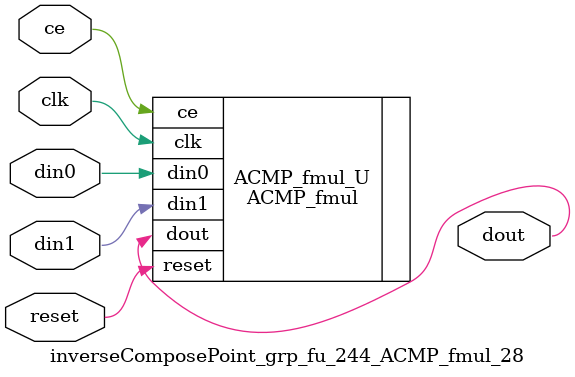
<source format=v>

`timescale 1 ns / 1 ps
module inverseComposePoint_grp_fu_244_ACMP_fmul_28(
    clk,
    reset,
    ce,
    din0,
    din1,
    dout);

parameter ID = 32'd1;
parameter NUM_STAGE = 32'd1;
parameter din0_WIDTH = 32'd1;
parameter din1_WIDTH = 32'd1;
parameter dout_WIDTH = 32'd1;
input clk;
input reset;
input ce;
input[din0_WIDTH - 1:0] din0;
input[din1_WIDTH - 1:0] din1;
output[dout_WIDTH - 1:0] dout;



ACMP_fmul #(
.ID( ID ),
.NUM_STAGE( 4 ),
.din0_WIDTH( din0_WIDTH ),
.din1_WIDTH( din1_WIDTH ),
.dout_WIDTH( dout_WIDTH ))
ACMP_fmul_U(
    .clk( clk ),
    .reset( reset ),
    .ce( ce ),
    .din0( din0 ),
    .din1( din1 ),
    .dout( dout ));

endmodule

</source>
